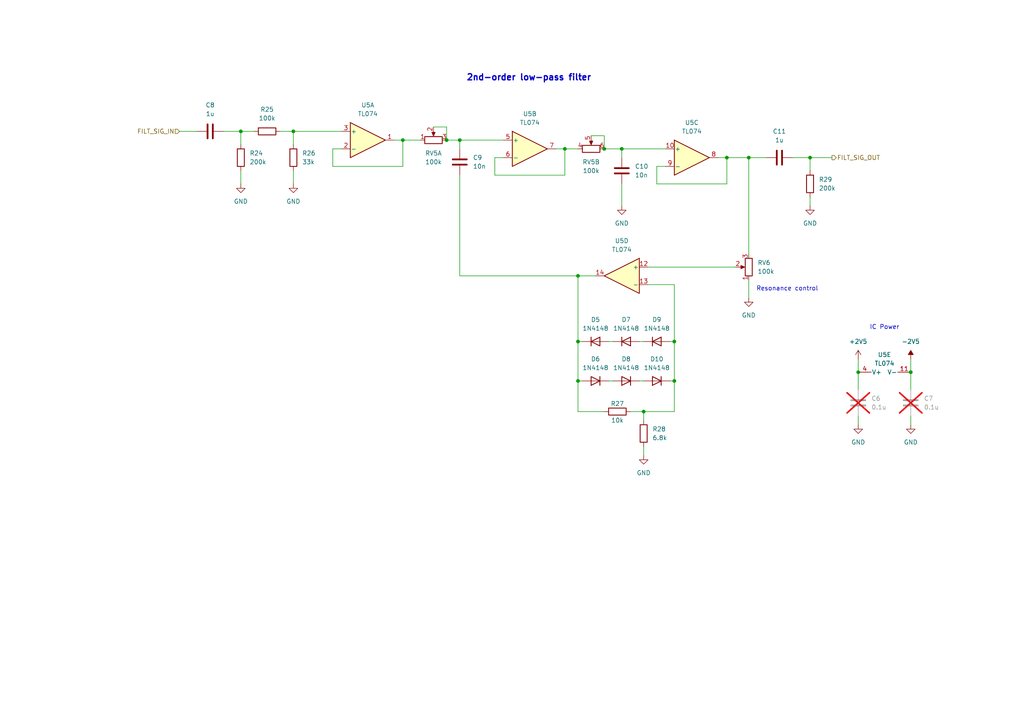
<source format=kicad_sch>
(kicad_sch (version 20250114) (generator "eeschema") (generator_version "9.0")
  (paper "A4")
  (lib_symbols
    (symbol "Amplifier_Operational:TL074" (pin_names (offset 0.127))
      (property "Reference" "U" (at 0 5.08 0))
      (property "Value" "TL074" (at 0 -5.08 0))
      (symbol "TL074_1_1"
        (polyline (pts (xy -5.08 5.08) (xy 5.08 0) (xy -5.08 -5.08) (xy -5.08 5.08)) (stroke (width 0.254)) (fill (type background)))
        (pin input line (at -7.62 2.54 0) (length 2.54) (name "+") (number "3"))
        (pin input line (at -7.62 -2.54 0) (length 2.54) (name "-") (number "2"))
        (pin output line (at 7.62 0 180) (length 2.54) (name "~") (number "1"))
      )
      (symbol "TL074_2_1"
        (polyline (pts (xy -5.08 5.08) (xy 5.08 0) (xy -5.08 -5.08) (xy -5.08 5.08)) (stroke (width 0.254)) (fill (type background)))
        (pin input line (at -7.62 2.54 0) (length 2.54) (name "+") (number "5"))
        (pin input line (at -7.62 -2.54 0) (length 2.54) (name "-") (number "6"))
        (pin output line (at 7.62 0 180) (length 2.54) (name "~") (number "7"))
      )
      (symbol "TL074_3_1"
        (polyline (pts (xy -5.08 5.08) (xy 5.08 0) (xy -5.08 -5.08) (xy -5.08 5.08)) (stroke (width 0.254)) (fill (type background)))
        (pin input line (at -7.62 2.54 0) (length 2.54) (name "+") (number "10"))
        (pin input line (at -7.62 -2.54 0) (length 2.54) (name "-") (number "9"))
        (pin output line (at 7.62 0 180) (length 2.54) (name "~") (number "8"))
      )
      (symbol "TL074_4_1"
        (polyline (pts (xy -5.08 5.08) (xy 5.08 0) (xy -5.08 -5.08) (xy -5.08 5.08)) (stroke (width 0.254)) (fill (type background)))
        (pin input line (at -7.62 2.54 0) (length 2.54) (name "+") (number "12"))
        (pin input line (at -7.62 -2.54 0) (length 2.54) (name "-") (number "13"))
        (pin output line (at 7.62 0 180) (length 2.54) (name "~") (number "14"))
      )
      (symbol "TL074_5_1"
        (pin power_in line (at -2.54 7.62 270) (length 3.81) (name "V+") (number "4"))
        (pin power_in line (at -2.54 -7.62 90) (length 3.81) (name "V-") (number "11"))
      )
    )
    (symbol "Device:C" (pin_numbers (hide yes)) (pin_names (offset 0.254))
      (property "Reference" "C" (at 0.635 2.54 0))
      (property "Value" "C" (at 0.635 -2.54 0))
      (symbol "C_0_1"
        (polyline (pts (xy -2.032 0.762) (xy 2.032 0.762)) (stroke (width 0.508)))
        (polyline (pts (xy -2.032 -0.762) (xy 2.032 -0.762)) (stroke (width 0.508)))
      )
      (symbol "C_1_1"
        (pin passive line (at 0 3.81 270) (length 2.794) (name "~") (number "1"))
        (pin passive line (at 0 -3.81 90) (length 2.794) (name "~") (number "2"))
      )
    )
    (symbol "Device:D" (pin_numbers (hide yes)) (pin_names (offset 1.016) (hide yes))
      (property "Reference" "D" (at 0 2.54 0))
      (property "Value" "D" (at 0 -2.54 0))
      (symbol "D_0_1"
        (polyline (pts (xy -1.27 1.27) (xy -1.27 -1.27)) (stroke (width 0.254)))
        (polyline (pts (xy 1.27 1.27) (xy 1.27 -1.27) (xy -1.27 0) (xy 1.27 1.27)) (stroke (width 0.254)))
        (polyline (pts (xy 1.27 0) (xy -1.27 0)))
      )
      (symbol "D_1_1"
        (pin passive line (at -3.81 0 0) (length 2.54) (name "K") (number "1"))
        (pin passive line (at 3.81 0 180) (length 2.54) (name "A") (number "2"))
      )
    )
    (symbol "Device:R" (pin_numbers (hide yes)) (pin_names (offset 0))
      (property "Reference" "R" (at 2.032 0 90))
      (property "Value" "R" (at 0 0 90))
      (symbol "R_0_1"
        (rectangle (start -1.016 -2.54) (end 1.016 2.54) (stroke (width 0.254)))
      )
      (symbol "R_1_1"
        (pin passive line (at 0 3.81 270) (length 1.27) (name "~") (number "1"))
        (pin passive line (at 0 -3.81 90) (length 1.27) (name "~") (number "2"))
      )
    )
    (symbol "Device:R_Potentiometer" (pin_names (offset 1.016) (hide yes))
      (property "Reference" "RV" (at -4.445 0 90))
      (property "Value" "R_Potentiometer" (at -2.54 0 90))
      (symbol "R_Potentiometer_0_1"
        (rectangle (start 1.016 2.54) (end -1.016 -2.54) (stroke (width 0.254)))
        (polyline (pts (xy 1.143 0) (xy 2.286 0.508) (xy 2.286 -0.508) (xy 1.143 0)) (fill (type outline)))
        (polyline (pts (xy 2.54 0) (xy 1.524 0)))
      )
      (symbol "R_Potentiometer_1_1"
        (pin passive line (at 0 3.81 270) (length 1.27) (name "1") (number "1"))
        (pin passive line (at 0 -3.81 90) (length 1.27) (name "3") (number "3"))
        (pin passive line (at 3.81 0 180) (length 1.27) (name "2") (number "2"))
      )
    )
    (symbol "Device:R_Potentiometer_Dual_Separate" (pin_names (offset 1.016) (hide yes))
      (property "Reference" "RV" (at -4.445 0 90))
      (property "Value" "R_Potentiometer_Dual_Separate" (at -2.54 0 90))
      (symbol "R_Potentiometer_Dual_Separate_0_1"
        (rectangle (start 1.016 2.54) (end -1.016 -2.54) (stroke (width 0.254)))
        (polyline (pts (xy 1.143 0) (xy 2.286 0.508) (xy 2.286 -0.508) (xy 1.143 0)) (fill (type outline)))
        (polyline (pts (xy 2.54 0) (xy 1.524 0)))
      )
      (symbol "R_Potentiometer_Dual_Separate_1_1"
        (pin passive line (at 0 3.81 270) (length 1.27) (name "1") (number "1"))
        (pin passive line (at 0 -3.81 90) (length 1.27) (name "3") (number "3"))
        (pin passive line (at 3.81 0 180) (length 1.27) (name "2") (number "2"))
      )
      (symbol "R_Potentiometer_Dual_Separate_2_1"
        (pin passive line (at 0 3.81 270) (length 1.27) (name "4") (number "4"))
        (pin passive line (at 0 -3.81 90) (length 1.27) (name "6") (number "6"))
        (pin passive line (at 3.81 0 180) (length 1.27) (name "5") (number "5"))
      )
    )
    (symbol "power:+2V5" (power) (pin_numbers (hide yes)) (pin_names (offset 0) (hide yes))
      (property "Value" "+2V5" (at 0 3.556 0))
      (symbol "+2V5_0_1"
        (polyline (pts (xy -0.762 1.27) (xy 0 2.54)))
        (polyline (pts (xy 0 2.54) (xy 0.762 1.27)))
        (polyline (pts (xy 0 0) (xy 0 2.54)))
      )
      (symbol "+2V5_1_1"
        (pin power_in line (at 0 0 90) (length 0) (name "~") (number "1"))
      )
    )
    (symbol "power:-2V5" (power) (pin_numbers (hide yes)) (pin_names (offset 0) (hide yes))
      (property "Value" "-2V5" (at 0 3.556 0))
      (symbol "-2V5_0_0"
        (pin power_in line (at 0 0 90) (length 0) (name "~") (number "1"))
      )
      (symbol "-2V5_0_1"
        (polyline (pts (xy 0 0) (xy 0 1.27) (xy 0.762 1.27) (xy 0 2.54) (xy -0.762 1.27) (xy 0 1.27)) (fill (type outline)))
      )
    )
    (symbol "power:GND" (power) (pin_numbers (hide yes)) (pin_names (offset 0) (hide yes))
      (property "Value" "GND" (at 0 -3.81 0))
      (symbol "GND_0_1"
        (polyline (pts (xy 0 0) (xy 0 -1.27) (xy 1.27 -1.27) (xy 0 -2.54) (xy -1.27 -1.27) (xy 0 -1.27)))
      )
      (symbol "GND_1_1"
        (pin power_in line (at 0 0 270) (length 0) (name "~") (number "1"))
      )
    )
  )
  (text "IC Power" (at 252.222 94.996 0) (effects (font (size 1.27 1.27) (thickness 0.1588)) (justify left)))
  (text "Resonance control" (at 228.346 83.82 0) (effects (font (size 1.27 1.27))))
  (text "2nd-order low-pass filter" (at 153.416 22.606 0) (effects (font (size 1.778 1.778) (thickness 0.3556) (bold yes))))
  (junction (at 85.09 38.1))
  (junction (at 264.16 107.95))
  (junction (at 195.58 110.49))
  (junction (at 186.69 119.38))
  (junction (at 175.26 43.18))
  (junction (at 248.92 107.95))
  (junction (at 167.64 110.49))
  (junction (at 217.17 45.72))
  (junction (at 210.82 45.72))
  (junction (at 180.34 43.18))
  (junction (at 129.54 40.64))
  (junction (at 116.84 40.64))
  (junction (at 69.85 38.1))
  (junction (at 234.95 45.72))
  (junction (at 195.58 99.06))
  (junction (at 167.64 99.06))
  (junction (at 163.83 43.18))
  (junction (at 167.64 80.01))
  (junction (at 133.35 40.64))
  (wire (pts (xy 146.05 45.72) (xy 143.51 45.72)))
  (wire (pts (xy 217.17 45.72) (xy 222.25 45.72)))
  (wire (pts (xy 217.17 81.28) (xy 217.17 86.36)))
  (wire (pts (xy 175.26 39.37) (xy 175.26 43.18)))
  (wire (pts (xy 52.07 38.1) (xy 57.15 38.1)))
  (wire (pts (xy 186.69 110.49) (xy 185.42 110.49)))
  (wire (pts (xy 180.34 43.18) (xy 180.34 45.72)))
  (wire (pts (xy 167.64 80.01) (xy 172.72 80.01)))
  (wire (pts (xy 264.16 107.95) (xy 264.16 113.03)))
  (wire (pts (xy 177.8 110.49) (xy 176.53 110.49)))
  (wire (pts (xy 186.69 119.38) (xy 186.69 121.92)))
  (wire (pts (xy 163.83 50.8) (xy 163.83 43.18)))
  (wire (pts (xy 193.04 48.26) (xy 190.5 48.26)))
  (wire (pts (xy 229.87 45.72) (xy 234.95 45.72)))
  (wire (pts (xy 133.35 40.64) (xy 146.05 40.64)))
  (wire (pts (xy 171.45 39.37) (xy 175.26 39.37)))
  (wire (pts (xy 248.92 120.65) (xy 248.92 123.19)))
  (wire (pts (xy 163.83 43.18) (xy 167.64 43.18)))
  (wire (pts (xy 264.16 120.65) (xy 264.16 123.19)))
  (wire (pts (xy 85.09 38.1) (xy 85.09 41.91)))
  (wire (pts (xy 125.73 36.83) (xy 129.54 36.83)))
  (wire (pts (xy 195.58 99.06) (xy 195.58 110.49)))
  (wire (pts (xy 264.16 104.14) (xy 264.16 107.95)))
  (wire (pts (xy 210.82 53.34) (xy 210.82 45.72)))
  (wire (pts (xy 194.31 99.06) (xy 195.58 99.06)))
  (wire (pts (xy 210.82 45.72) (xy 217.17 45.72)))
  (wire (pts (xy 210.82 45.72) (xy 208.28 45.72)))
  (wire (pts (xy 190.5 48.26) (xy 190.5 53.34)))
  (wire (pts (xy 69.85 38.1) (xy 69.85 41.91)))
  (wire (pts (xy 186.69 119.38) (xy 195.58 119.38)))
  (wire (pts (xy 167.64 99.06) (xy 167.64 110.49)))
  (wire (pts (xy 194.31 110.49) (xy 195.58 110.49)))
  (wire (pts (xy 185.42 99.06) (xy 186.69 99.06)))
  (wire (pts (xy 168.91 99.06) (xy 167.64 99.06)))
  (wire (pts (xy 187.96 77.47) (xy 213.36 77.47)))
  (wire (pts (xy 85.09 38.1) (xy 99.06 38.1)))
  (wire (pts (xy 182.88 119.38) (xy 186.69 119.38)))
  (wire (pts (xy 129.54 36.83) (xy 129.54 40.64)))
  (wire (pts (xy 195.58 110.49) (xy 195.58 119.38)))
  (wire (pts (xy 133.35 80.01) (xy 167.64 80.01)))
  (wire (pts (xy 190.5 53.34) (xy 210.82 53.34)))
  (wire (pts (xy 96.52 48.26) (xy 116.84 48.26)))
  (wire (pts (xy 180.34 53.34) (xy 180.34 59.69)))
  (wire (pts (xy 143.51 50.8) (xy 163.83 50.8)))
  (wire (pts (xy 116.84 40.64) (xy 121.92 40.64)))
  (wire (pts (xy 116.84 48.26) (xy 116.84 40.64)))
  (wire (pts (xy 167.64 110.49) (xy 167.64 119.38)))
  (wire (pts (xy 133.35 40.64) (xy 133.35 43.18)))
  (wire (pts (xy 248.92 107.95) (xy 248.92 113.03)))
  (wire (pts (xy 186.69 129.54) (xy 186.69 132.08)))
  (wire (pts (xy 69.85 38.1) (xy 73.66 38.1)))
  (wire (pts (xy 167.64 119.38) (xy 175.26 119.38)))
  (wire (pts (xy 234.95 45.72) (xy 234.95 49.53)))
  (wire (pts (xy 248.92 104.14) (xy 248.92 107.95)))
  (wire (pts (xy 99.06 43.18) (xy 96.52 43.18)))
  (wire (pts (xy 217.17 45.72) (xy 217.17 73.66)))
  (wire (pts (xy 180.34 43.18) (xy 193.04 43.18)))
  (wire (pts (xy 69.85 49.53) (xy 69.85 53.34)))
  (wire (pts (xy 96.52 43.18) (xy 96.52 48.26)))
  (wire (pts (xy 81.28 38.1) (xy 85.09 38.1)))
  (wire (pts (xy 187.96 82.55) (xy 195.58 82.55)))
  (wire (pts (xy 175.26 43.18) (xy 180.34 43.18)))
  (wire (pts (xy 167.64 110.49) (xy 168.91 110.49)))
  (wire (pts (xy 143.51 45.72) (xy 143.51 50.8)))
  (wire (pts (xy 167.64 99.06) (xy 167.64 80.01)))
  (wire (pts (xy 85.09 49.53) (xy 85.09 53.34)))
  (wire (pts (xy 176.53 99.06) (xy 177.8 99.06)))
  (wire (pts (xy 64.77 38.1) (xy 69.85 38.1)))
  (wire (pts (xy 129.54 40.64) (xy 133.35 40.64)))
  (wire (pts (xy 234.95 45.72) (xy 241.3 45.72)))
  (wire (pts (xy 133.35 50.8) (xy 133.35 80.01)))
  (wire (pts (xy 234.95 57.15) (xy 234.95 59.69)))
  (wire (pts (xy 116.84 40.64) (xy 114.3 40.64)))
  (wire (pts (xy 163.83 43.18) (xy 161.29 43.18)))
  (wire (pts (xy 195.58 82.55) (xy 195.58 99.06)))
  (hierarchical_label "FILT_SIG_OUT" (shape output) (at 241.3 45.72 0))
  (hierarchical_label "FILT_SIG_IN" (shape input) (at 52.07 38.1 180))
  (symbol (lib_id "power:GND") (at 69.85 53.34 0) (unit 1)
    (property "Reference" "#PWR029" (effects (hide yes)))
    (property "Value" "GND" (at 69.85 58.42 0))
    (property "Description" "Power symbol creates a global label with name \"GND\" , ground" (effects (hide yes)))
  )
  (symbol (lib_id "Device:R") (at 234.95 53.34 0) (unit 1)
    (property "Reference" "R29" (at 237.49 52.0699 0) (effects (justify left)))
    (property "Value" "200k" (at 237.49 54.6099 0) (effects (justify left)))
    (property "Description" "Resistor" (effects (hide yes)))
  )
  (symbol (lib_id "Device:D") (at 181.61 99.06 0) (unit 1)
    (property "Reference" "D7" (at 181.61 92.71 0))
    (property "Value" "1N4148" (at 181.61 95.25 0))
    (property "Description" "Diode" (effects (hide yes)))
    (property "Sim.Device" "D" (effects (hide yes)))
    (property "Sim.Pins" "1=K 2=A" (effects (hide yes)))
  )
  (symbol (lib_id "Device:R_Potentiometer_Dual_Separate") (at 125.73 40.64 90) (unit 1)
    (property "Reference" "RV5" (at 125.73 44.45 90))
    (property "Value" "100k" (at 125.73 46.99 90))
    (property "Description" "Dual potentiometer, separate units" (effects (hide yes)))
  )
  (symbol (lib_id "Device:D") (at 172.72 99.06 0) (unit 1)
    (property "Reference" "D5" (at 172.72 92.71 0))
    (property "Value" "1N4148" (at 172.72 95.25 0))
    (property "Description" "Diode" (effects (hide yes)))
    (property "Sim.Device" "D" (effects (hide yes)))
    (property "Sim.Pins" "1=K 2=A" (effects (hide yes)))
  )
  (symbol (lib_id "Device:R_Potentiometer_Dual_Separate") (at 171.45 43.18 90) (unit 2)
    (property "Reference" "RV5" (at 171.45 46.99 90))
    (property "Value" "100k" (at 171.45 49.53 90))
    (property "Description" "Dual potentiometer, separate units" (effects (hide yes)))
  )
  (symbol (lib_id "Device:D") (at 172.72 110.49 180) (unit 1)
    (property "Reference" "D6" (at 172.72 104.14 0))
    (property "Value" "1N4148" (at 172.72 106.68 0))
    (property "Description" "Diode" (effects (hide yes)))
    (property "Sim.Device" "D" (effects (hide yes)))
    (property "Sim.Pins" "1=K 2=A" (effects (hide yes)))
  )
  (symbol (lib_id "Device:D") (at 190.5 99.06 0) (unit 1)
    (property "Reference" "D9" (at 190.5 92.71 0))
    (property "Value" "1N4148" (at 190.5 95.25 0))
    (property "Description" "Diode" (effects (hide yes)))
    (property "Sim.Device" "D" (effects (hide yes)))
    (property "Sim.Pins" "1=K 2=A" (effects (hide yes)))
  )
  (symbol (lib_id "Device:C") (at 133.35 46.99 0) (unit 1)
    (property "Reference" "C9" (at 137.16 45.7199 0) (effects (justify left)))
    (property "Value" "10n" (at 137.16 48.2599 0) (effects (justify left)))
    (property "Description" "Unpolarized capacitor" (effects (hide yes)))
  )
  (symbol (lib_id "Device:R") (at 179.07 119.38 90) (unit 1)
    (property "Reference" "R27" (at 179.07 117.094 90))
    (property "Value" "10k" (at 179.07 121.92 90))
    (property "Description" "Resistor" (effects (hide yes)))
  )
  (symbol (lib_id "power:+2V5") (at 248.92 104.14 0) (unit 1)
    (property "Reference" "#PWR017" (effects (hide yes)))
    (property "Value" "+2V5" (at 248.92 99.06 0))
    (property "Description" "Power symbol creates a global label with name \"+2V5\"" (effects (hide yes)))
  )
  (symbol (lib_id "Device:R") (at 85.09 45.72 0) (unit 1)
    (property "Reference" "R26" (at 87.63 44.4499 0) (effects (justify left)))
    (property "Value" "33k" (at 87.63 46.9899 0) (effects (justify left)))
    (property "Description" "Resistor" (effects (hide yes)))
  )
  (symbol (lib_id "power:GND") (at 264.16 123.19 0) (unit 1)
    (property "Reference" "#PWR028" (effects (hide yes)))
    (property "Value" "GND" (at 264.16 128.27 0))
    (property "Description" "Power symbol creates a global label with name \"GND\" , ground" (effects (hide yes)))
  )
  (symbol (lib_id "Device:C") (at 180.34 49.53 0) (unit 1)
    (property "Reference" "C10" (at 184.15 48.2599 0) (effects (justify left)))
    (property "Value" "10n" (at 184.15 50.7999 0) (effects (justify left)))
    (property "Description" "Unpolarized capacitor" (effects (hide yes)))
  )
  (symbol (lib_id "Device:C") (at 264.16 116.84 0) (unit 1) (dnp yes)
    (property "Reference" "C7" (at 267.97 115.5699 0) (effects (justify left)))
    (property "Value" "0.1u" (at 267.97 118.1099 0) (effects (justify left)))
    (property "Description" "Unpolarized capacitor" (effects (hide yes)))
  )
  (symbol (lib_id "power:GND") (at 248.92 123.19 0) (unit 1)
    (property "Reference" "#PWR026" (effects (hide yes)))
    (property "Value" "GND" (at 248.92 128.27 0))
    (property "Description" "Power symbol creates a global label with name \"GND\" , ground" (effects (hide yes)))
  )
  (symbol (lib_id "Device:D") (at 181.61 110.49 180) (unit 1)
    (property "Reference" "D8" (at 181.61 104.14 0))
    (property "Value" "1N4148" (at 181.61 106.68 0))
    (property "Description" "Diode" (effects (hide yes)))
    (property "Sim.Device" "D" (effects (hide yes)))
    (property "Sim.Pins" "1=K 2=A" (effects (hide yes)))
  )
  (symbol (lib_id "power:-2V5") (at 264.16 104.14 0) (unit 1)
    (property "Reference" "#PWR019" (effects (hide yes)))
    (property "Value" "-2V5" (at 264.16 99.06 0))
    (property "Description" "Power symbol creates a global label with name \"-2V5\"" (effects (hide yes)))
  )
  (symbol (lib_id "Amplifier_Operational:TL074") (at 153.67 43.18 0) (unit 2)
    (property "Reference" "U5" (at 153.67 33.02 0))
    (property "Value" "TL074" (at 153.67 35.56 0))
    (property "Datasheet" "http://www.ti.com/lit/ds/symlink/tl071.pdf" (effects (hide yes)))
    (property "Description" "Quad Low-Noise JFET-Input Operational Amplifiers, DIP-14/SOIC-14" (effects (hide yes)))
  )
  (symbol (lib_id "power:GND") (at 180.34 59.69 0) (unit 1)
    (property "Reference" "#PWR031" (effects (hide yes)))
    (property "Value" "GND" (at 180.34 64.77 0))
    (property "Description" "Power symbol creates a global label with name \"GND\" , ground" (effects (hide yes)))
  )
  (symbol (lib_id "power:GND") (at 234.95 59.69 0) (unit 1)
    (property "Reference" "#PWR034" (effects (hide yes)))
    (property "Value" "GND" (at 234.95 64.77 0))
    (property "Description" "Power symbol creates a global label with name \"GND\" , ground" (effects (hide yes)))
  )
  (symbol (lib_id "Amplifier_Operational:TL074") (at 106.68 40.64 0) (unit 1)
    (property "Reference" "U5" (at 106.68 30.48 0))
    (property "Value" "TL074" (at 106.68 33.02 0))
    (property "Datasheet" "http://www.ti.com/lit/ds/symlink/tl071.pdf" (effects (hide yes)))
    (property "Description" "Quad Low-Noise JFET-Input Operational Amplifiers, DIP-14/SOIC-14" (effects (hide yes)))
  )
  (symbol (lib_id "Amplifier_Operational:TL074") (at 180.34 80.01 0) (mirror y) (unit 4)
    (property "Reference" "U5" (at 180.34 69.85 0))
    (property "Value" "TL074" (at 180.34 72.39 0))
    (property "Datasheet" "http://www.ti.com/lit/ds/symlink/tl071.pdf" (effects (hide yes)))
    (property "Description" "Quad Low-Noise JFET-Input Operational Amplifiers, DIP-14/SOIC-14" (effects (hide yes)))
  )
  (symbol (lib_id "Device:R") (at 186.69 125.73 0) (unit 1)
    (property "Reference" "R28" (at 189.23 124.4599 0) (effects (justify left)))
    (property "Value" "6.8k" (at 189.23 126.9999 0) (effects (justify left)))
    (property "Description" "Resistor" (effects (hide yes)))
  )
  (symbol (lib_id "Device:C") (at 226.06 45.72 90) (unit 1)
    (property "Reference" "C11" (at 226.06 38.1 90))
    (property "Value" "1u" (at 226.06 40.64 90))
    (property "Description" "Unpolarized capacitor" (effects (hide yes)))
  )
  (symbol (lib_id "Device:R_Potentiometer") (at 217.17 77.47 180) (unit 1)
    (property "Reference" "RV6" (at 219.71 76.1999 0) (effects (justify right)))
    (property "Value" "100k" (at 219.71 78.7399 0) (effects (justify right)))
    (property "Description" "Potentiometer" (effects (hide yes)))
  )
  (symbol (lib_id "Device:D") (at 190.5 110.49 180) (unit 1)
    (property "Reference" "D10" (at 190.5 104.14 0))
    (property "Value" "1N4148" (at 190.5 106.68 0))
    (property "Description" "Diode" (effects (hide yes)))
    (property "Sim.Device" "D" (effects (hide yes)))
    (property "Sim.Pins" "1=K 2=A" (effects (hide yes)))
  )
  (symbol (lib_id "Device:R") (at 69.85 45.72 0) (unit 1)
    (property "Reference" "R24" (at 72.39 44.4499 0) (effects (justify left)))
    (property "Value" "200k" (at 72.39 46.9899 0) (effects (justify left)))
    (property "Description" "Resistor" (effects (hide yes)))
  )
  (symbol (lib_id "Device:R") (at 77.47 38.1 90) (unit 1)
    (property "Reference" "R25" (at 77.47 31.75 90))
    (property "Value" "100k" (at 77.47 34.29 90))
    (property "Description" "Resistor" (effects (hide yes)))
  )
  (symbol (lib_id "Amplifier_Operational:TL074") (at 256.54 105.41 90) (unit 5)
    (property "Reference" "U5" (at 256.54 102.87 90))
    (property "Value" "TL074" (at 256.54 105.41 90))
    (property "Datasheet" "http://www.ti.com/lit/ds/symlink/tl071.pdf" (effects (hide yes)))
    (property "Description" "Quad Low-Noise JFET-Input Operational Amplifiers, DIP-14/SOIC-14" (effects (hide yes)))
  )
  (symbol (lib_id "Amplifier_Operational:TL074") (at 200.66 45.72 0) (unit 3)
    (property "Reference" "U5" (at 200.66 35.56 0))
    (property "Value" "TL074" (at 200.66 38.1 0))
    (property "Datasheet" "http://www.ti.com/lit/ds/symlink/tl071.pdf" (effects (hide yes)))
    (property "Description" "Quad Low-Noise JFET-Input Operational Amplifiers, DIP-14/SOIC-14" (effects (hide yes)))
  )
  (symbol (lib_id "Device:C") (at 60.96 38.1 90) (unit 1)
    (property "Reference" "C8" (at 60.96 30.48 90))
    (property "Value" "1u" (at 60.96 33.02 90))
    (property "Description" "Unpolarized capacitor" (effects (hide yes)))
  )
  (symbol (lib_id "Device:C") (at 248.92 116.84 0) (unit 1) (dnp yes)
    (property "Reference" "C6" (at 252.73 115.5699 0) (effects (justify left)))
    (property "Value" "0.1u" (at 252.73 118.1099 0) (effects (justify left)))
    (property "Description" "Unpolarized capacitor" (effects (hide yes)))
  )
  (symbol (lib_id "power:GND") (at 217.17 86.36 0) (unit 1)
    (property "Reference" "#PWR033" (effects (hide yes)))
    (property "Value" "GND" (at 217.17 91.44 0))
    (property "Description" "Power symbol creates a global label with name \"GND\" , ground" (effects (hide yes)))
  )
  (symbol (lib_id "power:GND") (at 186.69 132.08 0) (unit 1)
    (property "Reference" "#PWR032" (effects (hide yes)))
    (property "Value" "GND" (at 186.69 137.16 0))
    (property "Description" "Power symbol creates a global label with name \"GND\" , ground" (effects (hide yes)))
  )
  (symbol (lib_id "power:GND") (at 85.09 53.34 0) (unit 1)
    (property "Reference" "#PWR030" (effects (hide yes)))
    (property "Value" "GND" (at 85.09 58.42 0))
    (property "Description" "Power symbol creates a global label with name \"GND\" , ground" (effects (hide yes)))
  )
)
</source>
